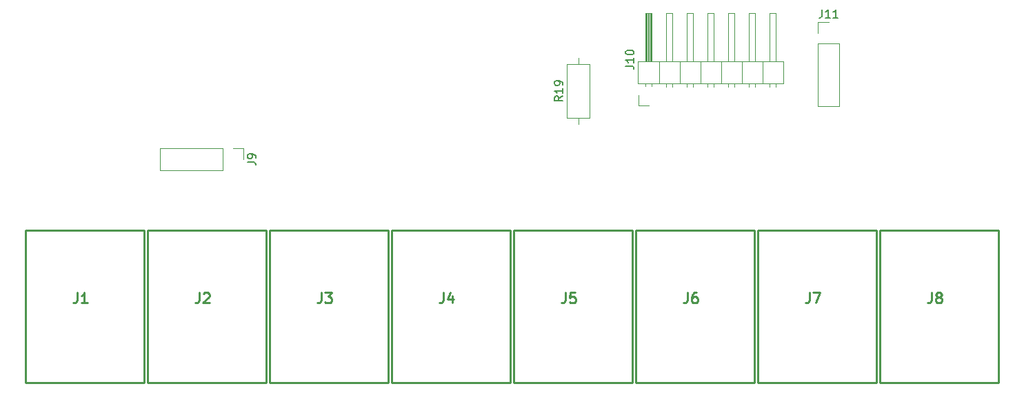
<source format=gbr>
G04 #@! TF.GenerationSoftware,KiCad,Pcbnew,(6.0.0-rc1-dev-313-g8db361882)*
G04 #@! TF.CreationDate,2018-09-01T22:17:23+02:00*
G04 #@! TF.ProjectId,Muxtemp,4D757874656D702E6B696361645F7063,rev?*
G04 #@! TF.SameCoordinates,Original*
G04 #@! TF.FileFunction,Legend,Top*
G04 #@! TF.FilePolarity,Positive*
%FSLAX46Y46*%
G04 Gerber Fmt 4.6, Leading zero omitted, Abs format (unit mm)*
G04 Created by KiCad (PCBNEW (6.0.0-rc1-dev-313-g8db361882)) date 09/01/18 22:17:23*
%MOMM*%
%LPD*%
G01*
G04 APERTURE LIST*
%ADD10C,0.120000*%
%ADD11C,0.254000*%
%ADD12C,0.150000*%
G04 APERTURE END LIST*
D10*
G04 #@! TO.C,J10*
X156404000Y-84412000D02*
X174304000Y-84412000D01*
X174304000Y-84412000D02*
X174304000Y-81752000D01*
X174304000Y-81752000D02*
X156404000Y-81752000D01*
X156404000Y-81752000D02*
X156404000Y-84412000D01*
X157354000Y-81752000D02*
X157354000Y-75752000D01*
X157354000Y-75752000D02*
X158114000Y-75752000D01*
X158114000Y-75752000D02*
X158114000Y-81752000D01*
X157414000Y-81752000D02*
X157414000Y-75752000D01*
X157534000Y-81752000D02*
X157534000Y-75752000D01*
X157654000Y-81752000D02*
X157654000Y-75752000D01*
X157774000Y-81752000D02*
X157774000Y-75752000D01*
X157894000Y-81752000D02*
X157894000Y-75752000D01*
X158014000Y-81752000D02*
X158014000Y-75752000D01*
X157354000Y-84742000D02*
X157354000Y-84412000D01*
X158114000Y-84742000D02*
X158114000Y-84412000D01*
X159004000Y-84412000D02*
X159004000Y-81752000D01*
X159894000Y-81752000D02*
X159894000Y-75752000D01*
X159894000Y-75752000D02*
X160654000Y-75752000D01*
X160654000Y-75752000D02*
X160654000Y-81752000D01*
X159894000Y-84809071D02*
X159894000Y-84412000D01*
X160654000Y-84809071D02*
X160654000Y-84412000D01*
X161544000Y-84412000D02*
X161544000Y-81752000D01*
X162434000Y-81752000D02*
X162434000Y-75752000D01*
X162434000Y-75752000D02*
X163194000Y-75752000D01*
X163194000Y-75752000D02*
X163194000Y-81752000D01*
X162434000Y-84809071D02*
X162434000Y-84412000D01*
X163194000Y-84809071D02*
X163194000Y-84412000D01*
X164084000Y-84412000D02*
X164084000Y-81752000D01*
X164974000Y-81752000D02*
X164974000Y-75752000D01*
X164974000Y-75752000D02*
X165734000Y-75752000D01*
X165734000Y-75752000D02*
X165734000Y-81752000D01*
X164974000Y-84809071D02*
X164974000Y-84412000D01*
X165734000Y-84809071D02*
X165734000Y-84412000D01*
X166624000Y-84412000D02*
X166624000Y-81752000D01*
X167514000Y-81752000D02*
X167514000Y-75752000D01*
X167514000Y-75752000D02*
X168274000Y-75752000D01*
X168274000Y-75752000D02*
X168274000Y-81752000D01*
X167514000Y-84809071D02*
X167514000Y-84412000D01*
X168274000Y-84809071D02*
X168274000Y-84412000D01*
X169164000Y-84412000D02*
X169164000Y-81752000D01*
X170054000Y-81752000D02*
X170054000Y-75752000D01*
X170054000Y-75752000D02*
X170814000Y-75752000D01*
X170814000Y-75752000D02*
X170814000Y-81752000D01*
X170054000Y-84809071D02*
X170054000Y-84412000D01*
X170814000Y-84809071D02*
X170814000Y-84412000D01*
X171704000Y-84412000D02*
X171704000Y-81752000D01*
X172594000Y-81752000D02*
X172594000Y-75752000D01*
X172594000Y-75752000D02*
X173354000Y-75752000D01*
X173354000Y-75752000D02*
X173354000Y-81752000D01*
X172594000Y-84809071D02*
X172594000Y-84412000D01*
X173354000Y-84809071D02*
X173354000Y-84412000D01*
X157734000Y-87122000D02*
X156464000Y-87122000D01*
X156464000Y-87122000D02*
X156464000Y-85852000D01*
D11*
G04 #@! TO.C,J3*
X125796000Y-121160000D02*
X125796000Y-102490000D01*
X111186000Y-102490000D02*
X111186000Y-121160000D01*
X125796000Y-121160000D02*
X111186000Y-121160000D01*
X111186000Y-102490000D02*
X125796000Y-102490000D01*
G04 #@! TO.C,J8*
X200726000Y-121160000D02*
X200726000Y-102490000D01*
X186116000Y-102490000D02*
X186116000Y-121160000D01*
X200726000Y-121160000D02*
X186116000Y-121160000D01*
X186116000Y-102490000D02*
X200726000Y-102490000D01*
D10*
G04 #@! TO.C,J9*
X108010000Y-92396000D02*
X108010000Y-93726000D01*
X106680000Y-92396000D02*
X108010000Y-92396000D01*
X105410000Y-92396000D02*
X105410000Y-95056000D01*
X105410000Y-95056000D02*
X97730000Y-95056000D01*
X105410000Y-92396000D02*
X97730000Y-92396000D01*
X97730000Y-92396000D02*
X97730000Y-95056000D01*
G04 #@! TO.C,J11*
X178502000Y-87182000D02*
X181162000Y-87182000D01*
X178502000Y-79502000D02*
X178502000Y-87182000D01*
X181162000Y-79502000D02*
X181162000Y-87182000D01*
X178502000Y-79502000D02*
X181162000Y-79502000D01*
X178502000Y-78232000D02*
X178502000Y-76902000D01*
X178502000Y-76902000D02*
X179832000Y-76902000D01*
G04 #@! TO.C,R19*
X147728000Y-88614000D02*
X150468000Y-88614000D01*
X150468000Y-88614000D02*
X150468000Y-82074000D01*
X150468000Y-82074000D02*
X147728000Y-82074000D01*
X147728000Y-82074000D02*
X147728000Y-88614000D01*
X149098000Y-89384000D02*
X149098000Y-88614000D01*
X149098000Y-81304000D02*
X149098000Y-82073999D01*
D11*
G04 #@! TO.C,J6*
X170754000Y-121160000D02*
X170754000Y-102490000D01*
X156144000Y-102490000D02*
X156144000Y-121160000D01*
X170754000Y-121160000D02*
X156144000Y-121160000D01*
X156144000Y-102490000D02*
X170754000Y-102490000D01*
G04 #@! TO.C,J1*
X81214000Y-102490000D02*
X95824000Y-102490000D01*
X95824000Y-121160000D02*
X81214000Y-121160000D01*
X81214000Y-102490000D02*
X81214000Y-121160000D01*
X95824000Y-121160000D02*
X95824000Y-102490000D01*
G04 #@! TO.C,J4*
X126172000Y-102490000D02*
X140782000Y-102490000D01*
X140782000Y-121160000D02*
X126172000Y-121160000D01*
X126172000Y-102490000D02*
X126172000Y-121160000D01*
X140782000Y-121160000D02*
X140782000Y-102490000D01*
G04 #@! TO.C,J5*
X155768000Y-121160000D02*
X155768000Y-102490000D01*
X141158000Y-102490000D02*
X141158000Y-121160000D01*
X155768000Y-121160000D02*
X141158000Y-121160000D01*
X141158000Y-102490000D02*
X155768000Y-102490000D01*
G04 #@! TO.C,J7*
X171130000Y-102490000D02*
X185740000Y-102490000D01*
X185740000Y-121160000D02*
X171130000Y-121160000D01*
X171130000Y-102490000D02*
X171130000Y-121160000D01*
X185740000Y-121160000D02*
X185740000Y-102490000D01*
G04 #@! TO.C,J2*
X96200000Y-102490000D02*
X110810000Y-102490000D01*
X110810000Y-121160000D02*
X96200000Y-121160000D01*
X96200000Y-102490000D02*
X96200000Y-121160000D01*
X110810000Y-121160000D02*
X110810000Y-102490000D01*
G04 #@! TO.C,J10*
D12*
X154916380Y-82276523D02*
X155630666Y-82276523D01*
X155773523Y-82324142D01*
X155868761Y-82419380D01*
X155916380Y-82562238D01*
X155916380Y-82657476D01*
X155916380Y-81276523D02*
X155916380Y-81847952D01*
X155916380Y-81562238D02*
X154916380Y-81562238D01*
X155059238Y-81657476D01*
X155154476Y-81752714D01*
X155202095Y-81847952D01*
X154916380Y-80657476D02*
X154916380Y-80562238D01*
X154964000Y-80467000D01*
X155011619Y-80419380D01*
X155106857Y-80371761D01*
X155297333Y-80324142D01*
X155535428Y-80324142D01*
X155725904Y-80371761D01*
X155821142Y-80419380D01*
X155868761Y-80467000D01*
X155916380Y-80562238D01*
X155916380Y-80657476D01*
X155868761Y-80752714D01*
X155821142Y-80800333D01*
X155725904Y-80847952D01*
X155535428Y-80895571D01*
X155297333Y-80895571D01*
X155106857Y-80847952D01*
X155011619Y-80800333D01*
X154964000Y-80752714D01*
X154916380Y-80657476D01*
G04 #@! TO.C,J3*
D11*
X117522666Y-110113523D02*
X117522666Y-111020666D01*
X117462190Y-111202095D01*
X117341238Y-111323047D01*
X117159809Y-111383523D01*
X117038857Y-111383523D01*
X118006476Y-110113523D02*
X118792666Y-110113523D01*
X118369333Y-110597333D01*
X118550761Y-110597333D01*
X118671714Y-110657809D01*
X118732190Y-110718285D01*
X118792666Y-110839238D01*
X118792666Y-111141619D01*
X118732190Y-111262571D01*
X118671714Y-111323047D01*
X118550761Y-111383523D01*
X118187904Y-111383523D01*
X118066952Y-111323047D01*
X118006476Y-111262571D01*
G04 #@! TO.C,J8*
X192452666Y-110113523D02*
X192452666Y-111020666D01*
X192392190Y-111202095D01*
X192271238Y-111323047D01*
X192089809Y-111383523D01*
X191968857Y-111383523D01*
X193238857Y-110657809D02*
X193117904Y-110597333D01*
X193057428Y-110536857D01*
X192996952Y-110415904D01*
X192996952Y-110355428D01*
X193057428Y-110234476D01*
X193117904Y-110174000D01*
X193238857Y-110113523D01*
X193480761Y-110113523D01*
X193601714Y-110174000D01*
X193662190Y-110234476D01*
X193722666Y-110355428D01*
X193722666Y-110415904D01*
X193662190Y-110536857D01*
X193601714Y-110597333D01*
X193480761Y-110657809D01*
X193238857Y-110657809D01*
X193117904Y-110718285D01*
X193057428Y-110778761D01*
X192996952Y-110899714D01*
X192996952Y-111141619D01*
X193057428Y-111262571D01*
X193117904Y-111323047D01*
X193238857Y-111383523D01*
X193480761Y-111383523D01*
X193601714Y-111323047D01*
X193662190Y-111262571D01*
X193722666Y-111141619D01*
X193722666Y-110899714D01*
X193662190Y-110778761D01*
X193601714Y-110718285D01*
X193480761Y-110657809D01*
G04 #@! TO.C,J9*
D12*
X108462380Y-94059333D02*
X109176666Y-94059333D01*
X109319523Y-94106952D01*
X109414761Y-94202190D01*
X109462380Y-94345047D01*
X109462380Y-94440285D01*
X109462380Y-93535523D02*
X109462380Y-93345047D01*
X109414761Y-93249809D01*
X109367142Y-93202190D01*
X109224285Y-93106952D01*
X109033809Y-93059333D01*
X108652857Y-93059333D01*
X108557619Y-93106952D01*
X108510000Y-93154571D01*
X108462380Y-93249809D01*
X108462380Y-93440285D01*
X108510000Y-93535523D01*
X108557619Y-93583142D01*
X108652857Y-93630761D01*
X108890952Y-93630761D01*
X108986190Y-93583142D01*
X109033809Y-93535523D01*
X109081428Y-93440285D01*
X109081428Y-93249809D01*
X109033809Y-93154571D01*
X108986190Y-93106952D01*
X108890952Y-93059333D01*
G04 #@! TO.C,J11*
X179022476Y-75354380D02*
X179022476Y-76068666D01*
X178974857Y-76211523D01*
X178879619Y-76306761D01*
X178736761Y-76354380D01*
X178641523Y-76354380D01*
X180022476Y-76354380D02*
X179451047Y-76354380D01*
X179736761Y-76354380D02*
X179736761Y-75354380D01*
X179641523Y-75497238D01*
X179546285Y-75592476D01*
X179451047Y-75640095D01*
X180974857Y-76354380D02*
X180403428Y-76354380D01*
X180689142Y-76354380D02*
X180689142Y-75354380D01*
X180593904Y-75497238D01*
X180498666Y-75592476D01*
X180403428Y-75640095D01*
G04 #@! TO.C,R19*
X147180380Y-85986857D02*
X146704190Y-86320190D01*
X147180380Y-86558285D02*
X146180380Y-86558285D01*
X146180380Y-86177333D01*
X146228000Y-86082095D01*
X146275619Y-86034476D01*
X146370857Y-85986857D01*
X146513714Y-85986857D01*
X146608952Y-86034476D01*
X146656571Y-86082095D01*
X146704190Y-86177333D01*
X146704190Y-86558285D01*
X147180380Y-85034476D02*
X147180380Y-85605904D01*
X147180380Y-85320190D02*
X146180380Y-85320190D01*
X146323238Y-85415428D01*
X146418476Y-85510666D01*
X146466095Y-85605904D01*
X147180380Y-84558285D02*
X147180380Y-84367809D01*
X147132761Y-84272571D01*
X147085142Y-84224952D01*
X146942285Y-84129714D01*
X146751809Y-84082095D01*
X146370857Y-84082095D01*
X146275619Y-84129714D01*
X146228000Y-84177333D01*
X146180380Y-84272571D01*
X146180380Y-84463047D01*
X146228000Y-84558285D01*
X146275619Y-84605904D01*
X146370857Y-84653523D01*
X146608952Y-84653523D01*
X146704190Y-84605904D01*
X146751809Y-84558285D01*
X146799428Y-84463047D01*
X146799428Y-84272571D01*
X146751809Y-84177333D01*
X146704190Y-84129714D01*
X146608952Y-84082095D01*
G04 #@! TO.C,J6*
D11*
X162480666Y-110113523D02*
X162480666Y-111020666D01*
X162420190Y-111202095D01*
X162299238Y-111323047D01*
X162117809Y-111383523D01*
X161996857Y-111383523D01*
X163629714Y-110113523D02*
X163387809Y-110113523D01*
X163266857Y-110174000D01*
X163206380Y-110234476D01*
X163085428Y-110415904D01*
X163024952Y-110657809D01*
X163024952Y-111141619D01*
X163085428Y-111262571D01*
X163145904Y-111323047D01*
X163266857Y-111383523D01*
X163508761Y-111383523D01*
X163629714Y-111323047D01*
X163690190Y-111262571D01*
X163750666Y-111141619D01*
X163750666Y-110839238D01*
X163690190Y-110718285D01*
X163629714Y-110657809D01*
X163508761Y-110597333D01*
X163266857Y-110597333D01*
X163145904Y-110657809D01*
X163085428Y-110718285D01*
X163024952Y-110839238D01*
G04 #@! TO.C,J1*
X87550666Y-110113523D02*
X87550666Y-111020666D01*
X87490190Y-111202095D01*
X87369238Y-111323047D01*
X87187809Y-111383523D01*
X87066857Y-111383523D01*
X88820666Y-111383523D02*
X88094952Y-111383523D01*
X88457809Y-111383523D02*
X88457809Y-110113523D01*
X88336857Y-110294952D01*
X88215904Y-110415904D01*
X88094952Y-110476380D01*
G04 #@! TO.C,J4*
X132508666Y-110113523D02*
X132508666Y-111020666D01*
X132448190Y-111202095D01*
X132327238Y-111323047D01*
X132145809Y-111383523D01*
X132024857Y-111383523D01*
X133657714Y-110536857D02*
X133657714Y-111383523D01*
X133355333Y-110053047D02*
X133052952Y-110960190D01*
X133839142Y-110960190D01*
G04 #@! TO.C,J5*
X147494666Y-110113523D02*
X147494666Y-111020666D01*
X147434190Y-111202095D01*
X147313238Y-111323047D01*
X147131809Y-111383523D01*
X147010857Y-111383523D01*
X148704190Y-110113523D02*
X148099428Y-110113523D01*
X148038952Y-110718285D01*
X148099428Y-110657809D01*
X148220380Y-110597333D01*
X148522761Y-110597333D01*
X148643714Y-110657809D01*
X148704190Y-110718285D01*
X148764666Y-110839238D01*
X148764666Y-111141619D01*
X148704190Y-111262571D01*
X148643714Y-111323047D01*
X148522761Y-111383523D01*
X148220380Y-111383523D01*
X148099428Y-111323047D01*
X148038952Y-111262571D01*
G04 #@! TO.C,J7*
X177466666Y-110113523D02*
X177466666Y-111020666D01*
X177406190Y-111202095D01*
X177285238Y-111323047D01*
X177103809Y-111383523D01*
X176982857Y-111383523D01*
X177950476Y-110113523D02*
X178797142Y-110113523D01*
X178252857Y-111383523D01*
G04 #@! TO.C,J2*
X102536666Y-110113523D02*
X102536666Y-111020666D01*
X102476190Y-111202095D01*
X102355238Y-111323047D01*
X102173809Y-111383523D01*
X102052857Y-111383523D01*
X103080952Y-110234476D02*
X103141428Y-110174000D01*
X103262380Y-110113523D01*
X103564761Y-110113523D01*
X103685714Y-110174000D01*
X103746190Y-110234476D01*
X103806666Y-110355428D01*
X103806666Y-110476380D01*
X103746190Y-110657809D01*
X103020476Y-111383523D01*
X103806666Y-111383523D01*
G04 #@! TD*
M02*

</source>
